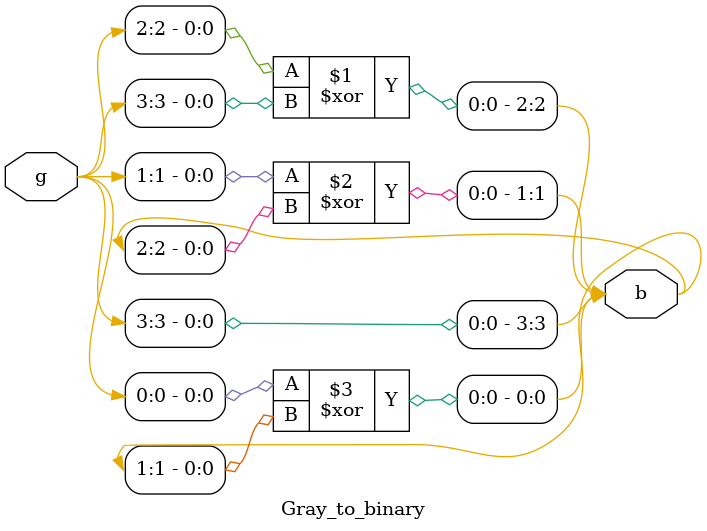
<source format=v>
`timescale 1ns / 1ps


module Gray_to_binary(b,g);
input [3:0]g;
output [3:0]b;
assign b[3]=g[3];
xor x1(b[2],g[2],b[3]);
xor x2(b[1],g[1],b[2]);
xor x3(b[0],g[0],b[1]);
endmodule

</source>
